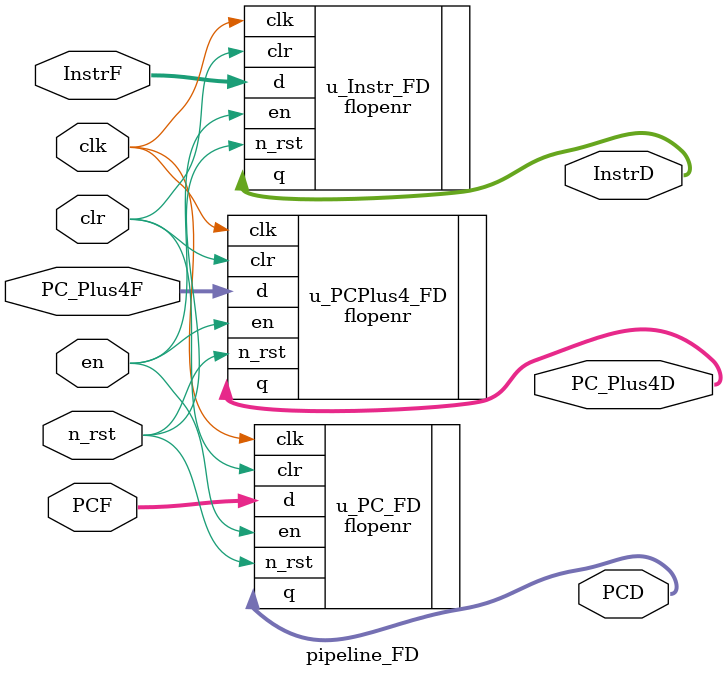
<source format=v>
module pipeline_FD(
    clk,
    n_rst,
    en,
    clr,
    InstrF,
    PCF,
    PC_Plus4F,
    InstrD,
    PCD,
    PC_Plus4D
);

parameter   RESET_PC = 32'h1000_0000;

input clk, n_rst, en, clr;
input [31:0] InstrF, PCF, PC_Plus4F;

output [31:0] InstrD, PCD, PC_Plus4D;

flopenr # (
        .RESET_VALUE (32'h0000_0033),
        .WIDTH(32)
) u_Instr_FD(
        .clk(clk),
        .n_rst(n_rst),
        .en(en),
        .clr(clr),
        .d(InstrF),
        .q(InstrD)
    );

flopenr # (
        .RESET_VALUE (RESET_PC),
        .WIDTH(32)
) u_PC_FD(
        .clk(clk),
        .n_rst(n_rst),
        .en(en),
        .clr(clr),
        .d(PCF),
        .q(PCD)
    );

flopenr # (
        .RESET_VALUE (RESET_PC + 32'h4),
        .WIDTH(32)
) u_PCPlus4_FD(
        .clk(clk),
        .n_rst(n_rst),
        .en(en),
        .clr(clr),
        .d(PC_Plus4F),
        .q(PC_Plus4D)
    );

endmodule
</source>
